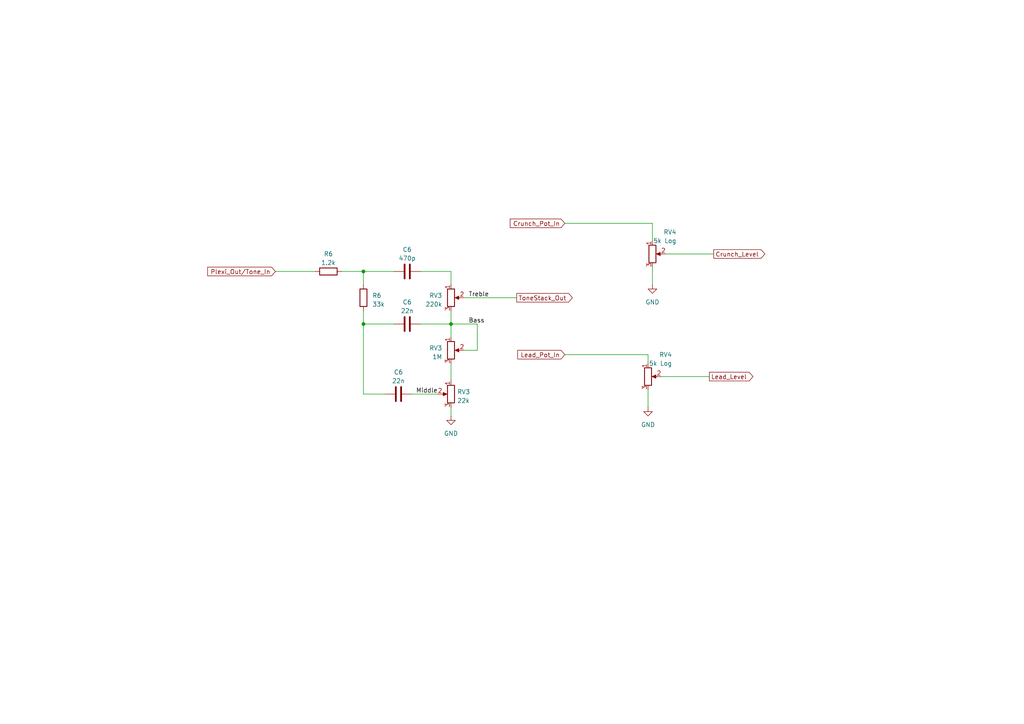
<source format=kicad_sch>
(kicad_sch (version 20230121) (generator eeschema)
  (paper "A4")
  (lib_symbols
    (symbol "Device:R_Potentiometer" (pin_names (offset 1.016) hide)
      (property "Reference" "RV" (at -4.445 0 90))
      (property "Value" "R_Potentiometer" (at -2.54 0 90))
      (symbol "R_Potentiometer_0_1"
        (polyline (pts (xy 2.54 0) (xy 1.524 0)))
        (polyline (pts (xy 1.143 0) (xy 2.286 0.508) (xy 2.286 -0.508) (xy 1.143 0)) (fill (type outline)))
        (rectangle (start 1.016 2.54) (end -1.016 -2.54) (stroke (width 0.254)))
      )
      (symbol "R_Potentiometer_1_1"
        (pin passive line (at 0 3.81 270) (length 1.27) (name "1") (number "1"))
        (pin passive line (at 3.81 0 180) (length 1.27) (name "2") (number "2"))
        (pin passive line (at 0 -3.81 90) (length 1.27) (name "3") (number "3"))
      )
    )
    (symbol "PCM_Capacitor_AKL:C_0603" (pin_numbers hide) (pin_names (offset 0.254))
      (property "Reference" "C" (at 0.635 2.54 0))
      (property "Value" "C_0603" (at 0.635 -2.54 0))
      (symbol "C_0603_0_1"
        (polyline (pts (xy -2.032 -0.762) (xy 2.032 -0.762)) (stroke (width 0.508)))
        (polyline (pts (xy -2.032 0.762) (xy 2.032 0.762)) (stroke (width 0.508)))
      )
      (symbol "C_0603_1_1"
        (pin passive line (at 0 3.81 270) (length 2.794) (name "~") (number "1"))
        (pin passive line (at 0 -3.81 90) (length 2.794) (name "~") (number "2"))
      )
    )
    (symbol "PCM_Resistor_AKL:R_0603" (pin_numbers hide) (pin_names (offset 0))
      (property "Reference" "R" (at 2.54 1.27 0))
      (property "Value" "R_0603" (at 2.54 -1.27 0))
      (symbol "R_0603_0_1"
        (rectangle (start -1.016 -2.54) (end 1.016 2.54) (stroke (width 0.254)))
      )
      (symbol "R_0603_1_1"
        (pin passive line (at 0 3.81 270) (length 1.27) (name "~") (number "1"))
        (pin passive line (at 0 -3.81 90) (length 1.27) (name "~") (number "2"))
      )
    )
    (symbol "power:GND" (power) (pin_names (offset 0))
      (property "Value" "GND" (at 0 -3.81 0))
      (symbol "GND_0_1"
        (polyline (pts (xy 0 0) (xy 0 -1.27) (xy 1.27 -1.27) (xy 0 -2.54) (xy -1.27 -1.27) (xy 0 -1.27)))
      )
      (symbol "GND_1_1"
        (pin power_in line (at 0 0 270) (length 0) hide (name "GND") (number "1"))
      )
    )
  )
  (junction (at 105.41 78.74))
  (junction (at 130.81 93.98))
  (junction (at 105.41 93.98))
  (wire (pts (xy 207.01 73.66) (xy 193.04 73.66)))
  (wire (pts (xy 105.41 93.98) (xy 114.3 93.98)))
  (wire (pts (xy 187.96 102.87) (xy 187.96 105.41)))
  (wire (pts (xy 105.41 114.3) (xy 111.76 114.3)))
  (wire (pts (xy 189.23 77.47) (xy 189.23 82.55)))
  (wire (pts (xy 121.92 78.74) (xy 130.81 78.74)))
  (wire (pts (xy 130.81 78.74) (xy 130.81 82.55)))
  (wire (pts (xy 130.81 93.98) (xy 130.81 97.79)))
  (wire (pts (xy 105.41 78.74) (xy 114.3 78.74)))
  (wire (pts (xy 187.96 113.03) (xy 187.96 118.11)))
  (wire (pts (xy 99.06 78.74) (xy 105.41 78.74)))
  (wire (pts (xy 121.92 93.98) (xy 130.81 93.98)))
  (wire (pts (xy 134.62 86.36) (xy 149.86 86.36)))
  (wire (pts (xy 163.83 64.77) (xy 189.23 64.77)))
  (wire (pts (xy 130.81 118.11) (xy 130.81 120.65)))
  (wire (pts (xy 163.83 102.87) (xy 187.96 102.87)))
  (wire (pts (xy 130.81 93.98) (xy 138.43 93.98)))
  (wire (pts (xy 105.41 93.98) (xy 105.41 114.3)))
  (wire (pts (xy 119.38 114.3) (xy 127 114.3)))
  (wire (pts (xy 79.883 78.74) (xy 91.44 78.74)))
  (wire (pts (xy 205.74 109.22) (xy 191.77 109.22)))
  (wire (pts (xy 138.43 93.98) (xy 138.43 101.6)))
  (wire (pts (xy 189.23 64.77) (xy 189.23 69.85)))
  (wire (pts (xy 130.81 90.17) (xy 130.81 93.98)))
  (wire (pts (xy 138.43 101.6) (xy 134.62 101.6)))
  (wire (pts (xy 105.41 78.74) (xy 105.41 82.55)))
  (wire (pts (xy 130.81 105.41) (xy 130.81 110.49)))
  (wire (pts (xy 105.41 93.98) (xy 105.41 90.17)))
  (label "Middle" (at 120.65 114.3 0))
  (label "Treble" (at 135.89 86.36 0))
  (label "Bass" (at 135.89 93.98 0))
  (global_label "Lead_Pot_In" (shape input) (at 163.83 102.87 180) (property "Intersheetrefs" "${INTERSHEET_REFS}" (effects hide)))
  (global_label "ToneStack_Out" (shape output) (at 149.86 86.36 0) (property "Intersheetrefs" "${INTERSHEET_REFS}" (effects hide)))
  (global_label "Lead_Level" (shape output) (at 205.74 109.22 0) (property "Intersheetrefs" "${INTERSHEET_REFS}" (effects hide)))
  (global_label "Plexi_Out{slash}Tone_In" (shape input) (at 79.883 78.74 180) (property "Intersheetrefs" "${INTERSHEET_REFS}" (effects hide)))
  (global_label "Crunch_Level" (shape output) (at 207.01 73.66 0) (property "Intersheetrefs" "${INTERSHEET_REFS}" (effects hide)))
  (global_label "Crunch_Pot_In" (shape input) (at 163.83 64.77 180) (property "Intersheetrefs" "${INTERSHEET_REFS}" (effects hide)))
  (symbol (lib_id "power:GND") (at 189.23 82.55 0) (unit 1)
    (property "Reference" "#PWR02" (effects hide))
    (property "Value" "GND" (at 189.23 87.63 0))
    (instances (project "CustomPlexi" (path "" (reference "#PWR02") (unit 1)) (path "" (reference "#PWR03") (unit 1)) (path "" (reference "#PWR07") (unit 1))))
  )
  (symbol (lib_id "PCM_Resistor_AKL:R_0603") (at 95.25 78.74 90) (unit 1)
    (property "Reference" "R6" (at 95.25 73.66 90))
    (property "Value" "1.2k" (at 95.25 76.2 90))
    (property "Footprint" "Resistor_SMD_AKL:R_0603_1608Metric" (effects hide))
    (instances (project "CustomPlexi" (path "" (reference "R6") (unit 1)) (path "" (reference "R10") (unit 1))))
  )
  (symbol (lib_id "Device:R_Potentiometer") (at 130.81 101.6 0) (unit 1)
    (property "Reference" "RV3" (at 128.27 100.965 0) (effects (justify right)))
    (property "Value" "1M" (at 128.27 103.505 0) (effects (justify right)))
    (instances (project "CustomPlexi" (path "" (reference "RV3") (unit 1)) (path "" (reference "RV7") (unit 1))))
  )
  (symbol (lib_id "power:GND") (at 187.96 118.11 0) (unit 1)
    (property "Reference" "#PWR02" (effects hide))
    (property "Value" "GND" (at 187.96 123.19 0))
    (instances (project "CustomPlexi" (path "" (reference "#PWR02") (unit 1)) (path "" (reference "#PWR03") (unit 1)) (path "" (reference "#PWR018") (unit 1))))
  )
  (symbol (lib_id "Device:R_Potentiometer") (at 187.96 109.22 0) (unit 1)
    (property "Reference" "RV4" (at 194.945 102.87 0) (effects (justify right)))
    (property "Value" "5k Log" (at 194.945 105.41 0) (effects (justify right)))
    (instances (project "CustomPlexi" (path "" (reference "RV4") (unit 1)) (path "" (reference "RV10") (unit 1))))
  )
  (symbol (lib_id "PCM_Capacitor_AKL:C_0603") (at 115.57 114.3 90) (unit 1)
    (property "Reference" "C6" (at 115.57 107.95 90))
    (property "Value" "22n" (at 115.57 110.49 90))
    (property "Footprint" "Capacitor_SMD_AKL:C_0603_1608Metric" (effects hide))
    (instances (project "CustomPlexi" (path "" (reference "C6") (unit 1)) (path "" (reference "C13") (unit 1))))
  )
  (symbol (lib_id "power:GND") (at 130.81 120.65 0) (unit 1)
    (property "Reference" "#PWR02" (effects hide))
    (property "Value" "GND" (at 130.81 125.73 0))
    (instances (project "CustomPlexi" (path "" (reference "#PWR02") (unit 1)) (path "" (reference "#PWR03") (unit 1)) (path "" (reference "#PWR01") (unit 1))))
  )
  (symbol (lib_id "Device:R_Potentiometer") (at 130.81 114.3 0) (mirror y) (unit 1)
    (property "Reference" "RV3" (at 132.588 113.665 0) (effects (justify right)))
    (property "Value" "22k" (at 132.588 116.205 0) (effects (justify right)))
    (instances (project "CustomPlexi" (path "" (reference "RV3") (unit 1)) (path "" (reference "RV8") (unit 1))))
  )
  (symbol (lib_id "Device:R_Potentiometer") (at 130.81 86.36 0) (unit 1)
    (property "Reference" "RV3" (at 128.27 85.725 0) (effects (justify right)))
    (property "Value" "220k" (at 128.27 88.265 0) (effects (justify right)))
    (instances (project "CustomPlexi" (path "" (reference "RV3") (unit 1)) (path "" (reference "RV4") (unit 1))))
  )
  (symbol (lib_id "Device:R_Potentiometer") (at 189.23 73.66 0) (unit 1)
    (property "Reference" "RV4" (at 196.215 67.31 0) (effects (justify right)))
    (property "Value" "5k Log" (at 196.215 69.85 0) (effects (justify right)))
    (instances (project "CustomPlexi" (path "" (reference "RV4") (unit 1)) (path "" (reference "RV5") (unit 1))))
  )
  (symbol (lib_id "PCM_Capacitor_AKL:C_0603") (at 118.11 93.98 90) (unit 1)
    (property "Reference" "C6" (at 118.11 87.63 90))
    (property "Value" "22n" (at 118.11 90.17 90))
    (property "Footprint" "Capacitor_SMD_AKL:C_0603_1608Metric" (effects hide))
    (instances (project "CustomPlexi" (path "" (reference "C6") (unit 1)) (path "" (reference "C12") (unit 1))))
  )
  (symbol (lib_id "PCM_Capacitor_AKL:C_0603") (at 118.11 78.74 90) (unit 1)
    (property "Reference" "C6" (at 118.11 72.39 90))
    (property "Value" "470p" (at 118.11 74.93 90))
    (property "Footprint" "Capacitor_SMD_AKL:C_0603_1608Metric" (effects hide))
    (instances (project "CustomPlexi" (path "" (reference "C6") (unit 1)) (path "" (reference "C8") (unit 1))))
  )
  (symbol (lib_id "PCM_Resistor_AKL:R_0603") (at 105.41 86.36 180) (unit 1)
    (property "Reference" "R6" (at 107.95 85.725 0) (effects (justify right)))
    (property "Value" "33k" (at 107.95 88.265 0) (effects (justify right)))
    (property "Footprint" "Resistor_SMD_AKL:R_0603_1608Metric" (effects hide))
    (instances (project "CustomPlexi" (path "" (reference "R6") (unit 1)) (path "" (reference "R2") (unit 1))))
  )
)
</source>
